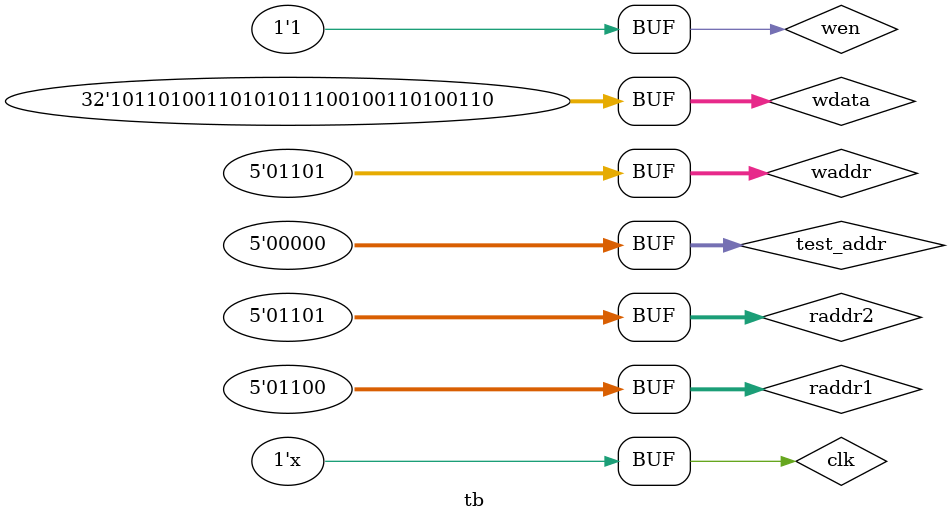
<source format=v>
`timescale 1ns / 1ps

module tb;
    //inputs
    reg clk;
    reg wen;//Ð´Ê¹ÄÜ
    reg  [4 :0] raddr1;//¶Á²Ù×÷£¬¶ÁµØÖ·
    reg  [4 :0] raddr2;
    reg  [4 :0] waddr;
    reg  [31:0] wdata;
    reg  [4 :0] test_addr;
    //outputs
    wire [31:0] rdata1;//¶Á³öÊý¾Ý
    wire [31:0] rdata2;    
    wire  [31:0] test_data;

    regfile uut (//µ÷ÓÃregfileÄ£¿é£¬×Ô¶¨ÒåÃû×Öuut
        .clk   (clk   ),
        .wen   (wen   ),
        .raddr1(raddr1),
        .raddr2(raddr2),
        .waddr (waddr ),
        .wdata (wdata ),
        .rdata1(rdata1),
        .rdata2(rdata2),
        .test_addr(test_addr),
        .test_data(test_data)
    );
//-----{µ÷ÓÃ¼Ó·¨Ä£¿é}begin
    wire [31:0] result;
    wire        cout;
    adder adder_module(
        .rdata1(rdata1),
        .rdata2(rdata2),
        .result(result),
        .cout  (cout)
    );
    
    initial begin
    clk = 0;
    wen=0;
    raddr1=0;
    raddr2=0;
    waddr=0;
    wdata=0;
    test_addr=0;
    #100;
    wen=1;
    waddr=12;
    wdata=32'Hc9a6b4d5;
    raddr1=12;
    #100;
    waddr=13;
    wdata=32'Hb4d5c9a6;
    raddr2=13;
    #100;

    end
   always #5 clk = ~clk;

endmodule

</source>
